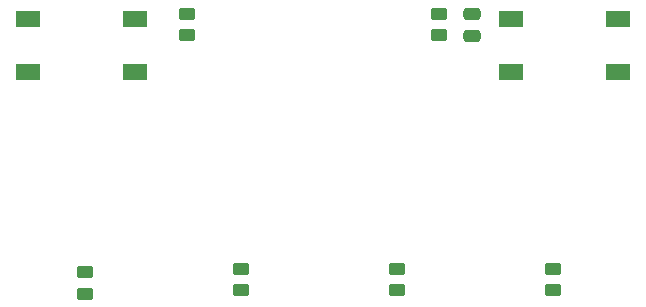
<source format=gbr>
%TF.GenerationSoftware,KiCad,Pcbnew,(7.0.0-0)*%
%TF.CreationDate,2023-11-13T22:50:32+01:00*%
%TF.ProjectId,ultimate-invitation-card,756c7469-6d61-4746-952d-696e76697461,rev?*%
%TF.SameCoordinates,Original*%
%TF.FileFunction,Paste,Bot*%
%TF.FilePolarity,Positive*%
%FSLAX46Y46*%
G04 Gerber Fmt 4.6, Leading zero omitted, Abs format (unit mm)*
G04 Created by KiCad (PCBNEW (7.0.0-0)) date 2023-11-13 22:50:32*
%MOMM*%
%LPD*%
G01*
G04 APERTURE LIST*
G04 Aperture macros list*
%AMRoundRect*
0 Rectangle with rounded corners*
0 $1 Rounding radius*
0 $2 $3 $4 $5 $6 $7 $8 $9 X,Y pos of 4 corners*
0 Add a 4 corners polygon primitive as box body*
4,1,4,$2,$3,$4,$5,$6,$7,$8,$9,$2,$3,0*
0 Add four circle primitives for the rounded corners*
1,1,$1+$1,$2,$3*
1,1,$1+$1,$4,$5*
1,1,$1+$1,$6,$7*
1,1,$1+$1,$8,$9*
0 Add four rect primitives between the rounded corners*
20,1,$1+$1,$2,$3,$4,$5,0*
20,1,$1+$1,$4,$5,$6,$7,0*
20,1,$1+$1,$6,$7,$8,$9,0*
20,1,$1+$1,$8,$9,$2,$3,0*%
G04 Aperture macros list end*
%ADD10RoundRect,0.250000X0.450000X-0.262500X0.450000X0.262500X-0.450000X0.262500X-0.450000X-0.262500X0*%
%ADD11R,2.100000X1.400000*%
%ADD12RoundRect,0.250000X-0.475000X0.250000X-0.475000X-0.250000X0.475000X-0.250000X0.475000X0.250000X0*%
G04 APERTURE END LIST*
D10*
%TO.C,R11*%
X124968000Y-82954500D03*
X124968000Y-81129500D03*
%TD*%
D11*
%TO.C,SW7*%
X106955999Y-64479999D03*
X116055999Y-64479999D03*
X106955999Y-59979999D03*
X116055999Y-59979999D03*
%TD*%
D10*
%TO.C,R6*%
X141732000Y-61364500D03*
X141732000Y-59539500D03*
%TD*%
%TO.C,R10*%
X111782000Y-83244500D03*
X111782000Y-81419500D03*
%TD*%
%TO.C,R13*%
X151384000Y-82954500D03*
X151384000Y-81129500D03*
%TD*%
D11*
%TO.C,SW1*%
X156949999Y-59979999D03*
X147849999Y-59979999D03*
X156949999Y-64479999D03*
X147849999Y-64479999D03*
%TD*%
D10*
%TO.C,R18*%
X120396000Y-61364500D03*
X120396000Y-59539500D03*
%TD*%
D12*
%TO.C,C4*%
X144526000Y-59527400D03*
X144526000Y-61427400D03*
%TD*%
D10*
%TO.C,R12*%
X138176000Y-82954500D03*
X138176000Y-81129500D03*
%TD*%
M02*

</source>
